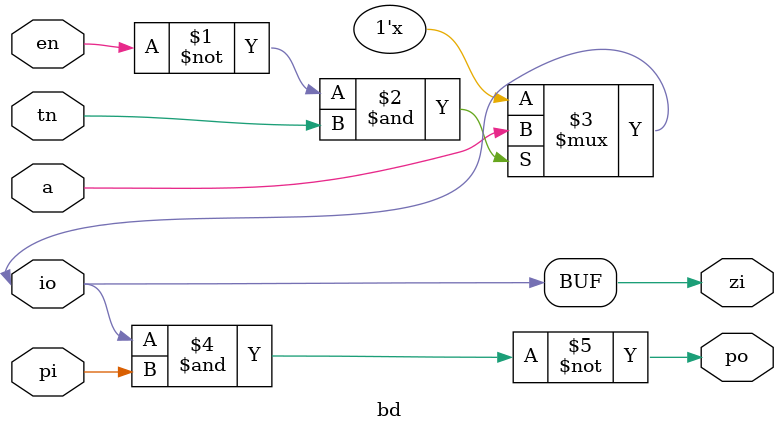
<source format=v>
`include "defs.v"

module bd
(
	inout		io,
	output	zi,
	output	po,
	input		a,
	input		en,
	input 	tn,
	input		pi
);

assign io = (~en & tn) ? a : 1'bz;
assign zi = io;
assign po = ~(io & pi);

endmodule

</source>
